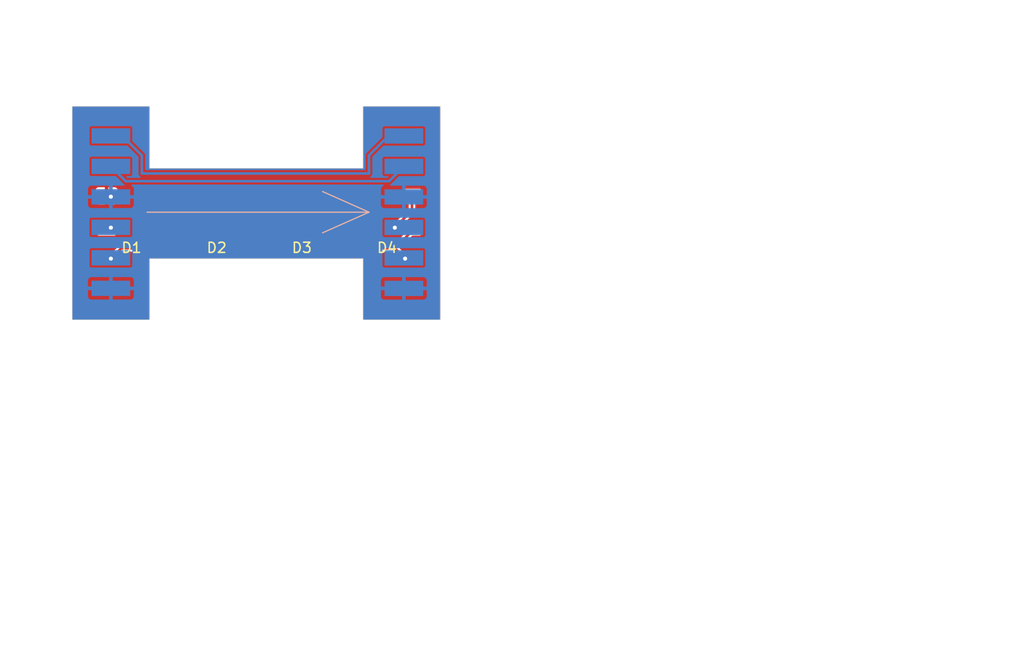
<source format=kicad_pcb>
(kicad_pcb (version 20211014) (generator pcbnew)
  (layers (0 "F.Cu" signal) (31 "B.Cu" signal) (34 "B.Paste" user) (35 "F.Paste" user) (36 "B.SilkS" user "B.Silkscreen") (37 "F.SilkS" user "F.Silkscreen") (38 "B.Mask" user) (39 "F.Mask" user) (44 "Edge.Cuts" user))
  (net 0 "")
  (net 1 "+5V")
  (net 2 "GND")
  (net 3 "Net-(CN1-Pad2)")
  (net 4 "Net-(CN2-Pad3)")
  (net 5 "Net-(D1-Pad2)")
  (net 6 "Net-(D2-Pad2)")
  (net 7 "Net-(D3-Pad2)")
  (net 8 "Net-(D4-Pad2)")
  (net 9 "Net-(CN1-Pad1)")
  (footprint "LED_SMD:LED_WS2812B_PLCC4_5.0x5.0mm_P3.2mm" (layer "F.Cu") (at 128.27 107.95 180)
    (fp_text reference "D1" (at 0 -3.5) (layer "F.SilkS"))
    (fp_text value "WS2812B")
    (pad "1" smd rect (at -2.45 -1.6 180) (size 1.5 1) (layers "F.Cu" "F.Paste" "F.Mask") (net 1 "+5V"))
    (pad "2" smd rect (at -2.45 1.6 180) (size 1.5 1) (layers "F.Cu" "F.Paste" "F.Mask") (net 5 "Net-(D1-Pad2)"))
    (pad "3" smd rect (at 2.45 1.6 180) (size 1.5 1) (layers "F.Cu" "F.Paste" "F.Mask") (net 2 "GND"))
    (pad "4" smd rect (at 2.45 -1.6 180) (size 1.5 1) (layers "F.Cu" "F.Paste" "F.Mask") (net 4 "Net-(CN2-Pad3)"))
  )
  (footprint "LED_SMD:LED_WS2812B_PLCC4_5.0x5.0mm_P3.2mm" (layer "F.Cu") (at 136.652 107.95 180)
    (fp_text reference "D2" (at 0 -3.5) (layer "F.SilkS"))
    (fp_text value "WS2812B")
    (pad "1" smd rect (at -2.45 -1.6 180) (size 1.5 1) (layers "F.Cu" "F.Paste" "F.Mask") (net 1 "+5V"))
    (pad "2" smd rect (at -2.45 1.6 180) (size 1.5 1) (layers "F.Cu" "F.Paste" "F.Mask") (net 6 "Net-(D2-Pad2)"))
    (pad "3" smd rect (at 2.45 1.6 180) (size 1.5 1) (layers "F.Cu" "F.Paste" "F.Mask") (net 2 "GND"))
    (pad "4" smd rect (at 2.45 -1.6 180) (size 1.5 1) (layers "F.Cu" "F.Paste" "F.Mask") (net 5 "Net-(D1-Pad2)"))
  )
  (footprint "LED_SMD:LED_WS2812B_PLCC4_5.0x5.0mm_P3.2mm" (layer "F.Cu") (at 153.416 107.95 180)
    (fp_text reference "D4" (at 0 -3.5) (layer "F.SilkS"))
    (fp_text value "WS2812B")
    (pad "1" smd rect (at -2.45 -1.6 180) (size 1.5 1) (layers "F.Cu" "F.Paste" "F.Mask") (net 1 "+5V"))
    (pad "2" smd rect (at -2.45 1.6 180) (size 1.5 1) (layers "F.Cu" "F.Paste" "F.Mask") (net 8 "Net-(D4-Pad2)"))
    (pad "3" smd rect (at 2.45 1.6 180) (size 1.5 1) (layers "F.Cu" "F.Paste" "F.Mask") (net 2 "GND"))
    (pad "4" smd rect (at 2.45 -1.6 180) (size 1.5 1) (layers "F.Cu" "F.Paste" "F.Mask") (net 7 "Net-(D3-Pad2)"))
  )
  (footprint "LED_SMD:LED_WS2812B_PLCC4_5.0x5.0mm_P3.2mm" (layer "F.Cu") (at 145.034 107.95 180)
    (fp_text reference "D3" (at 0 -3.5) (layer "F.SilkS"))
    (fp_text value "WS2812B")
    (pad "1" smd rect (at -2.45 -1.6 180) (size 1.5 1) (layers "F.Cu" "F.Paste" "F.Mask") (net 1 "+5V"))
    (pad "2" smd rect (at -2.45 1.6 180) (size 1.5 1) (layers "F.Cu" "F.Paste" "F.Mask") (net 7 "Net-(D3-Pad2)"))
    (pad "3" smd rect (at 2.45 1.6 180) (size 1.5 1) (layers "F.Cu" "F.Paste" "F.Mask") (net 2 "GND"))
    (pad "4" smd rect (at 2.45 -1.6 180) (size 1.5 1) (layers "F.Cu" "F.Paste" "F.Mask") (net 6 "Net-(D2-Pad2)"))
  )
  (footprint "Adafruit NeoPixel 8 Stick:1X4-SMT" (layer "B.Cu") (at 126.873 107.442 90)
    (fp_text reference "CN2" hide)
    (fp_text value "1X4SMT" hide)
    (pad "1" smd rect (at -8 -0.635 90) (size 1.5 3.8) (layers "B.Cu" "B.Paste" "B.Mask") (net 2 "GND"))
    (pad "2" smd rect (at -5 -0.635 90) (size 1.5 3.8) (layers "B.Cu" "B.Paste" "B.Mask") (net 1 "+5V"))
    (pad "3" smd rect (at -2 -0.635 90) (size 1.5 3.8) (layers "B.Cu" "B.Paste" "B.Mask") (net 4 "Net-(CN2-Pad3)"))
    (pad "4" smd rect (at 1 -0.635 90) (size 1.5 3.8) (layers "B.Cu" "B.Paste" "B.Mask") (net 2 "GND"))
    (pad "5" smd rect (at 4 -0.635 90) (size 1.5 3.8) (layers "B.Cu" "B.Paste" "B.Mask") (net 3 "Net-(CN1-Pad2)"))
    (pad "6" smd rect (at 7 -0.635 90) (size 1.5 3.8) (layers "B.Cu" "B.Paste" "B.Mask") (net 9 "Net-(CN1-Pad1)"))
  )
  (footprint "Adafruit NeoPixel 8 Stick:1X4-SMT" (layer "B.Cu") (at 154.432 108.45 -90)
    (fp_text reference "CN1" hide)
    (fp_text value "1X4SMT" hide)
    (pad "1" smd rect (at -8 -0.635 270) (size 1.5 3.8) (layers "B.Cu" "B.Paste" "B.Mask") (net 9 "Net-(CN1-Pad1)"))
    (pad "2" smd rect (at -5 -0.635 270) (size 1.5 3.8) (layers "B.Cu" "B.Paste" "B.Mask") (net 3 "Net-(CN1-Pad2)"))
    (pad "3" smd rect (at -2 -0.635 270) (size 1.5 3.8) (layers "B.Cu" "B.Paste" "B.Mask") (net 2 "GND"))
    (pad "4" smd rect (at 1 -0.635 270) (size 1.5 3.8) (layers "B.Cu" "B.Paste" "B.Mask") (net 8 "Net-(D4-Pad2)"))
    (pad "5" smd rect (at 4 -0.635 270) (size 1.5 3.8) (layers "B.Cu" "B.Paste" "B.Mask") (net 1 "+5V"))
    (pad "6" smd rect (at 7 -0.635 270) (size 1.5 3.8) (layers "B.Cu" "B.Paste" "B.Mask") (net 2 "GND"))
  )
  (gr_line (start 151.638 107.95) (end 147.066 105.918) (layer "B.SilkS") (width 0.12))
  (gr_line (start 151.638 107.95) (end 147.066 109.982) (layer "B.SilkS") (width 0.12))
  (gr_line (start 129.794 107.95) (end 151.638 107.95) (layer "B.SilkS") (width 0.12))
  (gr_line (start 130.048 118.536) (end 122.428 118.536) (layer "Edge.Cuts") (width 0.05))
  (gr_line (start 130.048 112.522) (end 151.048 112.522) (layer "Edge.Cuts") (width 0.05))
  (gr_line (start 158.668 97.536) (end 158.668 118.536) (layer "Edge.Cuts") (width 0.05))
  (gr_line (start 122.428 97.536) (end 122.428 118.536) (layer "Edge.Cuts") (width 0.05))
  (gr_line locked (start 158.668 118.536) (end 151.048 118.536) (layer "Edge.Cuts") (width 0.05))
  (gr_line (start 130.048 97.536) (end 130.048 103.632) (layer "Edge.Cuts") (width 0.05))
  (gr_line (start 151.048 118.536) (end 151.048 112.522) (layer "Edge.Cuts") (width 0.05))
  (gr_line (start 151.048 97.536) (end 158.668 97.536) (layer "Edge.Cuts") (width 0.05))
  (gr_line (start 122.428 97.536) (end 130.048 97.536) (layer "Edge.Cuts") (width 0.05))
  (gr_line (start 130.048 103.632) (end 151.048 103.632) (layer "Edge.Cuts") (width 0.05))
  (gr_line (start 151.048 97.536) (end 151.048 103.632) (layer "Edge.Cuts") (width 0.05))
  (gr_line (start 130.048 118.536) (end 130.048 112.522) (layer "Edge.Cuts") (width 0.05))
  (segment (start 130.81 111.506) (end 139.192 111.506) (width 0.25) (layer "F.Cu") (net 1))
  (segment (start 139.102 109.55) (end 139.102 111.416) (width 0.25) (layer "F.Cu") (net 1))
  (segment (start 147.484 109.55) (end 147.484 111.416) (width 0.25) (layer "F.Cu") (net 1))
  (segment (start 127.254 111.506) (end 130.81 111.506) (width 0.25) (layer "F.Cu") (net 1))
  (segment (start 155.866 109.818) (end 154.178 111.506) (width 0.25) (layer "F.Cu") (net 1))
  (segment (start 130.72 109.55) (end 130.72 111.416) (width 0.25) (layer "F.Cu") (net 1))
  (segment (start 147.574 111.506) (end 154.178 111.506) (width 0.25) (layer "F.Cu") (net 1))
  (segment (start 139.102 111.416) (end 139.192 111.506) (width 0.25) (layer "F.Cu") (net 1))
  (segment (start 126.238 112.522) (end 127.254 111.506) (width 0.25) (layer "F.Cu") (net 1))
  (segment (start 155.866 109.55) (end 155.866 109.818) (width 0.25) (layer "F.Cu") (net 1))
  (segment (start 154.178 111.506) (end 155.194 112.522) (width 0.25) (layer "F.Cu") (net 1))
  (segment (start 130.72 111.416) (end 130.81 111.506) (width 0.25) (layer "F.Cu") (net 1))
  (segment (start 139.192 111.506) (end 147.574 111.506) (width 0.25) (layer "F.Cu") (net 1))
  (segment (start 147.484 111.416) (end 147.574 111.506) (width 0.25) (layer "F.Cu") (net 1))
  (via (at 126.238 112.522) (size 0.8) (drill 0.4) (layers "F.Cu" "B.Cu") (net 1))
  (via (at 155.194 112.522) (size 0.8) (drill 0.4) (layers "F.Cu" "B.Cu") (net 1))
  (via (at 126.238 106.426) (size 0.8) (drill 0.4) (layers "F.Cu" "B.Cu") (net 2))
  (segment (start 153.615 104.902) (end 127.698 104.902) (width 0.25) (layer "B.Cu") (net 3))
  (segment (start 155.067 103.45) (end 153.615 104.902) (width 0.25) (layer "B.Cu") (net 3))
  (segment (start 127.698 104.902) (end 126.238 103.442) (width 0.25) (layer "B.Cu") (net 3))
  (via (at 126.238 109.474) (size 0.8) (drill 0.4) (layers "F.Cu" "B.Cu") (net 4))
  (segment (start 131.002 106.35) (end 134.202 109.55) (width 0.25) (layer "F.Cu") (net 5))
  (segment (start 130.72 106.35) (end 131.002 106.35) (width 0.25) (layer "F.Cu") (net 5))
  (segment (start 139.102 106.35) (end 139.384 106.35) (width 0.25) (layer "F.Cu") (net 6))
  (segment (start 139.384 106.35) (end 142.584 109.55) (width 0.25) (layer "F.Cu") (net 6))
  (segment (start 147.766 106.35) (end 150.966 109.55) (width 0.25) (layer "F.Cu") (net 7))
  (segment (start 147.484 106.35) (end 147.766 106.35) (width 0.25) (layer "F.Cu") (net 7))
  (segment (start 155.866 106.35) (end 155.866 107.786) (width 0.25) (layer "F.Cu") (net 8))
  (segment (start 155.866 107.786) (end 154.178 109.474) (width 0.25) (layer "F.Cu") (net 8))
  (via (at 154.178 109.474) (size 0.8) (drill 0.4) (layers "F.Cu" "B.Cu") (net 8))
  (segment (start 153.55 100.45) (end 155.067 100.45) (width 0.25) (layer "B.Cu") (net 9))
  (segment (start 129.286 104.14) (end 151.638 104.14) (width 0.25) (layer "B.Cu") (net 9))
  (segment (start 127.366 100.442) (end 129.286 102.362) (width 0.25) (layer "B.Cu") (net 9))
  (segment (start 129.286 102.362) (end 129.286 104.14) (width 0.25) (layer "B.Cu") (net 9))
  (segment (start 151.638 102.362) (end 153.55 100.45) (width 0.25) (layer "B.Cu") (net 9))
  (segment (start 126.238 100.442) (end 127.366 100.442) (width 0.25) (layer "B.Cu") (net 9))
  (segment (start 151.638 104.14) (end 151.638 102.362) (width 0.25) (layer "B.Cu") (net 9))
  (zone (net 2) (net_name "GND") (layers F&B.Cu) (priority 6) (connect_pads (clearance 0.000001)) (min_thickness 0.1524) (fill yes (thermal_gap 0.3548) (thermal_bridge_width 0.3548))
    (polygon (pts (xy 216.0905 152.4) (xy 115.3287 152.4) (xy 115.3287 87.0712) (xy 216.0905 87.0712)))
  )
)
</source>
